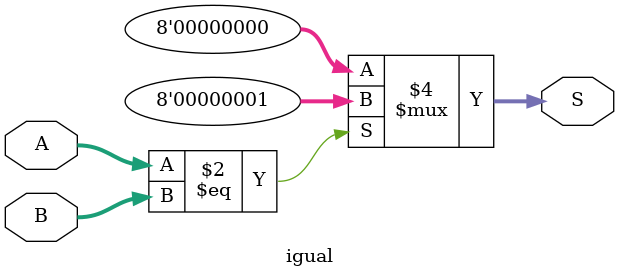
<source format=v>
module igual(
    input [7:0] A, B,  
    output reg [7:0] S
);

    always @ (A or B) begin  
        if (A == B) begin
            S = 8'b00000001;
        end else begin
            S = 8'b00000000;
        end
    end

endmodule

</source>
